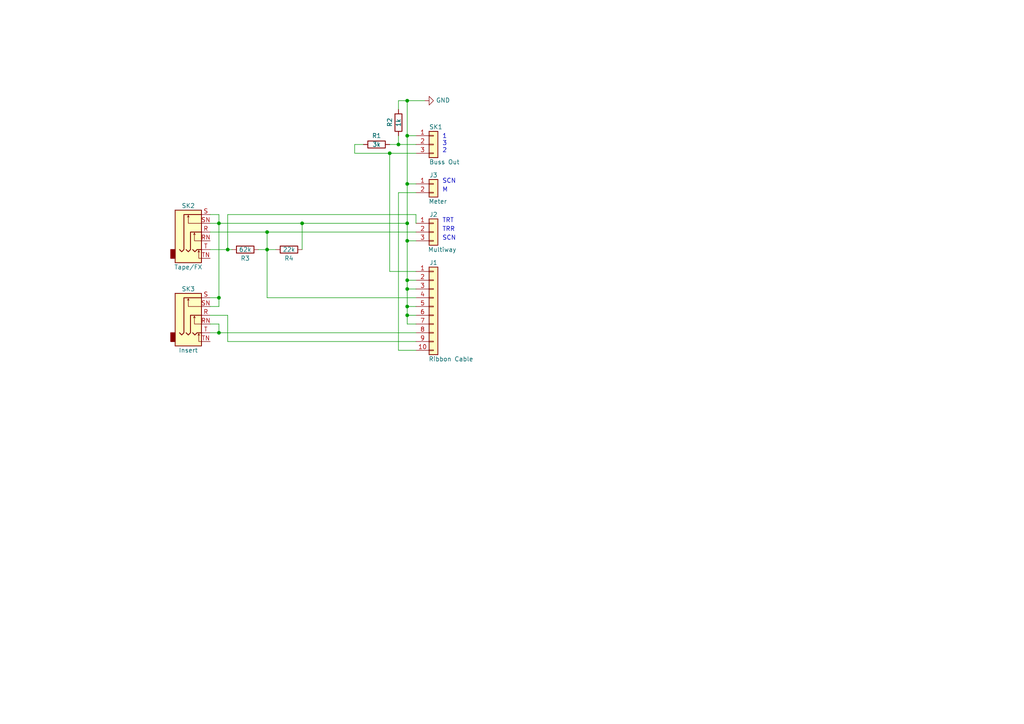
<source format=kicad_sch>
(kicad_sch (version 20211123) (generator eeschema)
  (paper "A4")
  (lib_symbols
    (symbol "Connector:AudioJack3_Switch"
      (property "Reference" "J" (at 0 11.43 0))
      (property "Value" "AudioJack3_Switch" (at 0 8.89 0))
      (symbol "AudioJack3_Switch_0_1"
        (rectangle (start -5.08 -5.08) (end -6.35 -7.62) (stroke (width 0.254)) (fill (type outline)))
        (polyline (pts (xy -1.27 4.826) (xy -1.016 4.318)))
        (polyline (pts (xy 0.508 -0.254) (xy 0.762 -0.762)))
        (polyline (pts (xy 1.778 -5.334) (xy 2.032 -5.842)))
        (polyline (pts (xy 0 -5.08) (xy 0.635 -5.715) (xy 1.27 -5.08) (xy 2.54 -5.08)) (stroke (width 0.254)))
        (polyline (pts (xy 2.54 -7.62) (xy 1.778 -7.62) (xy 1.778 -5.334) (xy 1.524 -5.842)))
        (polyline (pts (xy 2.54 -2.54) (xy 0.508 -2.54) (xy 0.508 -0.254) (xy 0.254 -0.762)))
        (polyline (pts (xy 2.54 2.54) (xy -1.27 2.54) (xy -1.27 4.826) (xy -1.524 4.318)))
        (polyline (pts (xy -1.905 -5.08) (xy -1.27 -5.715) (xy -0.635 -5.08) (xy -0.635 0) (xy 2.54 0)) (stroke (width 0.254)))
        (polyline (pts (xy 2.54 5.08) (xy -2.54 5.08) (xy -2.54 -5.08) (xy -3.175 -5.715) (xy -3.81 -5.08)) (stroke (width 0.254)))
        (rectangle (start 2.54 6.35) (end -5.08 -8.89) (stroke (width 0.254)) (fill (type background)))
      )
      (symbol "AudioJack3_Switch_1_1"
        (pin passive line (at 5.08 0 180) (length 2.54) (name "~") (number "R"))
        (pin passive line (at 5.08 -2.54 180) (length 2.54) (name "~") (number "RN"))
        (pin passive line (at 5.08 5.08 180) (length 2.54) (name "~") (number "S"))
        (pin passive line (at 5.08 2.54 180) (length 2.54) (name "~") (number "SN"))
        (pin passive line (at 5.08 -5.08 180) (length 2.54) (name "~") (number "T"))
        (pin passive line (at 5.08 -7.62 180) (length 2.54) (name "~") (number "TN"))
      )
    )
    (symbol "Connector_Generic:Conn_01x02" (pin_names (offset 1.016) hide)
      (property "Reference" "J" (at 0 2.54 0))
      (property "Value" "Conn_01x02" (at 0 -5.08 0))
      (symbol "Conn_01x02_1_1"
        (rectangle (start -1.27 -2.413) (end 0 -2.667) (stroke (width 0.1524)))
        (rectangle (start -1.27 0.127) (end 0 -0.127) (stroke (width 0.1524)))
        (rectangle (start -1.27 1.27) (end 1.27 -3.81) (stroke (width 0.254)) (fill (type background)))
        (pin passive line (at -5.08 0 0) (length 3.81) (name "Pin_1") (number "1"))
        (pin passive line (at -5.08 -2.54 0) (length 3.81) (name "Pin_2") (number "2"))
      )
    )
    (symbol "Connector_Generic:Conn_01x03" (pin_names (offset 1.016) hide)
      (property "Reference" "J" (at 0 5.08 0))
      (property "Value" "Conn_01x03" (at 0 -5.08 0))
      (symbol "Conn_01x03_1_1"
        (rectangle (start -1.27 -2.413) (end 0 -2.667) (stroke (width 0.1524)))
        (rectangle (start -1.27 0.127) (end 0 -0.127) (stroke (width 0.1524)))
        (rectangle (start -1.27 2.667) (end 0 2.413) (stroke (width 0.1524)))
        (rectangle (start -1.27 3.81) (end 1.27 -3.81) (stroke (width 0.254)) (fill (type background)))
        (pin passive line (at -5.08 2.54 0) (length 3.81) (name "Pin_1") (number "1"))
        (pin passive line (at -5.08 0 0) (length 3.81) (name "Pin_2") (number "2"))
        (pin passive line (at -5.08 -2.54 0) (length 3.81) (name "Pin_3") (number "3"))
      )
    )
    (symbol "Connector_Generic:Conn_01x10" (pin_names (offset 1.016) hide)
      (property "Reference" "J" (at 0 12.7 0))
      (property "Value" "Conn_01x10" (at 0 -15.24 0))
      (symbol "Conn_01x10_1_1"
        (rectangle (start -1.27 -12.573) (end 0 -12.827) (stroke (width 0.1524)))
        (rectangle (start -1.27 -10.033) (end 0 -10.287) (stroke (width 0.1524)))
        (rectangle (start -1.27 -7.493) (end 0 -7.747) (stroke (width 0.1524)))
        (rectangle (start -1.27 -4.953) (end 0 -5.207) (stroke (width 0.1524)))
        (rectangle (start -1.27 -2.413) (end 0 -2.667) (stroke (width 0.1524)))
        (rectangle (start -1.27 0.127) (end 0 -0.127) (stroke (width 0.1524)))
        (rectangle (start -1.27 2.667) (end 0 2.413) (stroke (width 0.1524)))
        (rectangle (start -1.27 5.207) (end 0 4.953) (stroke (width 0.1524)))
        (rectangle (start -1.27 7.747) (end 0 7.493) (stroke (width 0.1524)))
        (rectangle (start -1.27 10.287) (end 0 10.033) (stroke (width 0.1524)))
        (rectangle (start -1.27 11.43) (end 1.27 -13.97) (stroke (width 0.254)) (fill (type background)))
        (pin passive line (at -5.08 10.16 0) (length 3.81) (name "Pin_1") (number "1"))
        (pin passive line (at -5.08 -12.7 0) (length 3.81) (name "Pin_10") (number "10"))
        (pin passive line (at -5.08 7.62 0) (length 3.81) (name "Pin_2") (number "2"))
        (pin passive line (at -5.08 5.08 0) (length 3.81) (name "Pin_3") (number "3"))
        (pin passive line (at -5.08 2.54 0) (length 3.81) (name "Pin_4") (number "4"))
        (pin passive line (at -5.08 0 0) (length 3.81) (name "Pin_5") (number "5"))
        (pin passive line (at -5.08 -2.54 0) (length 3.81) (name "Pin_6") (number "6"))
        (pin passive line (at -5.08 -5.08 0) (length 3.81) (name "Pin_7") (number "7"))
        (pin passive line (at -5.08 -7.62 0) (length 3.81) (name "Pin_8") (number "8"))
        (pin passive line (at -5.08 -10.16 0) (length 3.81) (name "Pin_9") (number "9"))
      )
    )
    (symbol "Device:R" (pin_numbers hide) (pin_names (offset 0))
      (property "Reference" "R" (at 2.032 0 90))
      (property "Value" "R" (at 0 0 90))
      (symbol "R_0_1"
        (rectangle (start -1.016 -2.54) (end 1.016 2.54) (stroke (width 0.254)))
      )
      (symbol "R_1_1"
        (pin passive line (at 0 3.81 270) (length 1.27) (name "~") (number "1"))
        (pin passive line (at 0 -3.81 90) (length 1.27) (name "~") (number "2"))
      )
    )
    (symbol "power:GND" (power) (pin_names (offset 0))
      (property "Value" "GND" (at 0 -3.81 0))
      (symbol "GND_0_1"
        (polyline (pts (xy 0 0) (xy 0 -1.27) (xy 1.27 -1.27) (xy 0 -2.54) (xy -1.27 -1.27) (xy 0 -1.27)))
      )
      (symbol "GND_1_1"
        (pin power_in line (at 0 0 270) (length 0) hide (name "GND") (number "1"))
      )
    )
  )
  (junction (at 118.11 88.9))
  (junction (at 118.11 69.85))
  (junction (at 113.03 44.45))
  (junction (at 87.63 64.77))
  (junction (at 63.5 86.36))
  (junction (at 118.11 53.34))
  (junction (at 66.04 72.39))
  (junction (at 63.5 96.52))
  (junction (at 118.11 29.21))
  (junction (at 77.47 67.31))
  (junction (at 118.11 39.37))
  (junction (at 63.5 64.77))
  (junction (at 118.11 91.44))
  (junction (at 118.11 81.28))
  (junction (at 77.47 72.39))
  (junction (at 118.11 64.77))
  (junction (at 115.57 41.91))
  (junction (at 118.11 83.82))
  (wire (pts (xy 120.65 69.85) (xy 118.11 69.85)))
  (wire (pts (xy 118.11 69.85) (xy 118.11 81.28)))
  (wire (pts (xy 118.11 64.77) (xy 118.11 53.34)))
  (wire (pts (xy 87.63 72.39) (xy 87.63 64.77)))
  (wire (pts (xy 118.11 69.85) (xy 118.11 64.77)))
  (wire (pts (xy 66.04 62.23) (xy 66.04 72.39)))
  (wire (pts (xy 63.5 64.77) (xy 60.96 64.77)))
  (wire (pts (xy 118.11 93.98) (xy 120.65 93.98)))
  (wire (pts (xy 120.65 83.82) (xy 118.11 83.82)))
  (wire (pts (xy 63.5 86.36) (xy 60.96 86.36)))
  (wire (pts (xy 63.5 62.23) (xy 60.96 62.23)))
  (wire (pts (xy 60.96 88.9) (xy 63.5 88.9)))
  (wire (pts (xy 118.11 88.9) (xy 118.11 91.44)))
  (wire (pts (xy 115.57 29.21) (xy 118.11 29.21)))
  (wire (pts (xy 60.96 93.98) (xy 63.5 93.98)))
  (wire (pts (xy 113.03 44.45) (xy 102.87 44.45)))
  (wire (pts (xy 115.57 55.88) (xy 120.65 55.88)))
  (wire (pts (xy 120.65 81.28) (xy 118.11 81.28)))
  (wire (pts (xy 113.03 78.74) (xy 113.03 44.45)))
  (wire (pts (xy 66.04 91.44) (xy 66.04 99.06)))
  (wire (pts (xy 118.11 64.77) (xy 87.63 64.77)))
  (wire (pts (xy 115.57 31.75) (xy 115.57 29.21)))
  (wire (pts (xy 115.57 39.37) (xy 115.57 41.91)))
  (wire (pts (xy 74.93 72.39) (xy 77.47 72.39)))
  (wire (pts (xy 118.11 83.82) (xy 118.11 88.9)))
  (wire (pts (xy 66.04 72.39) (xy 60.96 72.39)))
  (wire (pts (xy 77.47 72.39) (xy 77.47 67.31)))
  (wire (pts (xy 118.11 53.34) (xy 118.11 39.37)))
  (wire (pts (xy 63.5 96.52) (xy 60.96 96.52)))
  (wire (pts (xy 120.65 99.06) (xy 66.04 99.06)))
  (wire (pts (xy 120.65 67.31) (xy 77.47 67.31)))
  (wire (pts (xy 120.65 62.23) (xy 66.04 62.23)))
  (wire (pts (xy 102.87 41.91) (xy 105.41 41.91)))
  (wire (pts (xy 118.11 81.28) (xy 118.11 83.82)))
  (wire (pts (xy 102.87 44.45) (xy 102.87 41.91)))
  (wire (pts (xy 118.11 91.44) (xy 118.11 93.98)))
  (wire (pts (xy 120.65 86.36) (xy 77.47 86.36)))
  (wire (pts (xy 77.47 86.36) (xy 77.47 72.39)))
  (wire (pts (xy 120.65 41.91) (xy 115.57 41.91)))
  (wire (pts (xy 113.03 44.45) (xy 120.65 44.45)))
  (wire (pts (xy 63.5 86.36) (xy 63.5 64.77)))
  (wire (pts (xy 115.57 41.91) (xy 113.03 41.91)))
  (wire (pts (xy 118.11 29.21) (xy 118.11 39.37)))
  (wire (pts (xy 115.57 101.6) (xy 115.57 55.88)))
  (wire (pts (xy 77.47 67.31) (xy 60.96 67.31)))
  (wire (pts (xy 120.65 64.77) (xy 120.65 62.23)))
  (wire (pts (xy 120.65 78.74) (xy 113.03 78.74)))
  (wire (pts (xy 63.5 88.9) (xy 63.5 86.36)))
  (wire (pts (xy 118.11 91.44) (xy 120.65 91.44)))
  (wire (pts (xy 63.5 64.77) (xy 63.5 62.23)))
  (wire (pts (xy 120.65 53.34) (xy 118.11 53.34)))
  (wire (pts (xy 66.04 91.44) (xy 60.96 91.44)))
  (wire (pts (xy 118.11 29.21) (xy 123.19 29.21)))
  (wire (pts (xy 63.5 93.98) (xy 63.5 96.52)))
  (wire (pts (xy 120.65 96.52) (xy 63.5 96.52)))
  (wire (pts (xy 67.31 72.39) (xy 66.04 72.39)))
  (wire (pts (xy 118.11 39.37) (xy 120.65 39.37)))
  (wire (pts (xy 120.65 101.6) (xy 115.57 101.6)))
  (wire (pts (xy 87.63 64.77) (xy 63.5 64.77)))
  (wire (pts (xy 80.01 72.39) (xy 77.47 72.39)))
  (wire (pts (xy 118.11 88.9) (xy 120.65 88.9)))
  (text "TRT" (at 128.27 64.77 0) (effects (font (size 1.27 1.27)) (justify left bottom)))
  (text "1\n3\n2" (at 128.27 44.45 0) (effects (font (size 1.27 1.27)) (justify left bottom)))
  (text "SCN" (at 128.27 69.85 0) (effects (font (size 1.27 1.27)) (justify left bottom)))
  (text "SCN" (at 128.27 53.34 0) (effects (font (size 1.27 1.27)) (justify left bottom)))
  (text "TRR" (at 128.27 67.31 0) (effects (font (size 1.27 1.27)) (justify left bottom)))
  (text "M" (at 128.27 55.88 0) (effects (font (size 1.27 1.27)) (justify left bottom)))
  (symbol (lib_id "Connector_Generic:Conn_01x10") (at 125.73 88.9 0) (unit 1)
    (property "Reference" "J1" (at 125.73 76.2 0))
    (property "Value" "Ribbon Cable" (at 130.81 104.14 0))
    (property "Footprint" "Connector_Molex:Molex_KK-254_AE-6410-10A_1x10_P2.54mm_Vertical" (effects hide))
  )
  (symbol (lib_id "Connector_Generic:Conn_01x03") (at 125.73 67.31 0) (unit 1)
    (property "Reference" "J2" (at 125.73 62.23 0))
    (property "Value" "Multiway" (at 128.27 72.39 0))
    (property "Footprint" "Connector_Molex:Molex_KK-254_AE-6410-03A_1x03_P2.54mm_Vertical" (effects hide))
  )
  (symbol (lib_id "Connector_Generic:Conn_01x03") (at 125.73 41.91 0) (unit 1)
    (property "Reference" "SK1" (at 124.46 36.83 0) (effects (justify left)))
    (property "Value" "Buss Out" (at 124.46 46.99 0) (effects (justify left)))
    (property "Footprint" "Connector_Molex:Molex_KK-254_AE-6410-03A_1x03_P2.54mm_Vertical" (effects hide))
  )
  (symbol (lib_id "Connector_Generic:Conn_01x02") (at 125.73 53.34 0) (unit 1)
    (property "Reference" "J3" (at 125.73 50.8 0))
    (property "Value" "Meter" (at 127 58.42 0))
    (property "Footprint" "Connector_PinHeader_2.54mm:PinHeader_1x02_P2.54mm_Vertical" (effects hide))
  )
  (symbol (lib_id "Connector:AudioJack3_Switch") (at 55.88 67.31 0) (unit 1)
    (property "Reference" "SK2" (at 54.61 59.69 0))
    (property "Value" "Tape/FX" (at 54.61 77.47 0))
    (property "Footprint" "TAC:CL13345" (effects hide))
  )
  (symbol (lib_id "Connector:AudioJack3_Switch") (at 55.88 91.44 0) (unit 1)
    (property "Reference" "SK3" (at 54.61 83.82 0))
    (property "Value" "Insert" (at 54.61 101.6 0))
    (property "Footprint" "TAC:CL13345" (effects hide))
  )
  (symbol (lib_id "Device:R") (at 109.22 41.91 270) (unit 1)
    (property "Reference" "R1" (at 109.22 39.37 90))
    (property "Value" "3k" (at 109.22 41.91 90))
    (property "Footprint" "Resistor_THT:R_Axial_DIN0207_L6.3mm_D2.5mm_P10.16mm_Horizontal" (effects hide))
  )
  (symbol (lib_id "Device:R") (at 115.57 35.56 0) (unit 1)
    (property "Reference" "R2" (at 113.03 36.83 90) (effects (justify left)))
    (property "Value" "1k" (at 115.57 36.83 90) (effects (justify left)))
    (property "Footprint" "Resistor_THT:R_Axial_DIN0207_L6.3mm_D2.5mm_P10.16mm_Horizontal" (effects hide))
  )
  (symbol (lib_id "Device:R") (at 71.12 72.39 270) (unit 1)
    (property "Reference" "R3" (at 71.12 74.93 90))
    (property "Value" "62k" (at 71.12 72.39 90))
    (property "Footprint" "Resistor_THT:R_Axial_DIN0207_L6.3mm_D2.5mm_P10.16mm_Horizontal" (effects hide))
  )
  (symbol (lib_id "Device:R") (at 83.82 72.39 90) (unit 1)
    (property "Reference" "R4" (at 83.82 74.93 90))
    (property "Value" "22k" (at 83.82 72.39 90))
    (property "Footprint" "Resistor_THT:R_Axial_DIN0207_L6.3mm_D2.5mm_P10.16mm_Horizontal" (effects hide))
  )
  (symbol (lib_id "power:GND") (at 123.19 29.21 90) (unit 1)
    (property "Reference" "#PWR0101" (effects hide))
    (property "Value" "GND" (at 126.4412 29.083 90) (effects (justify right)))
  )
)
</source>
